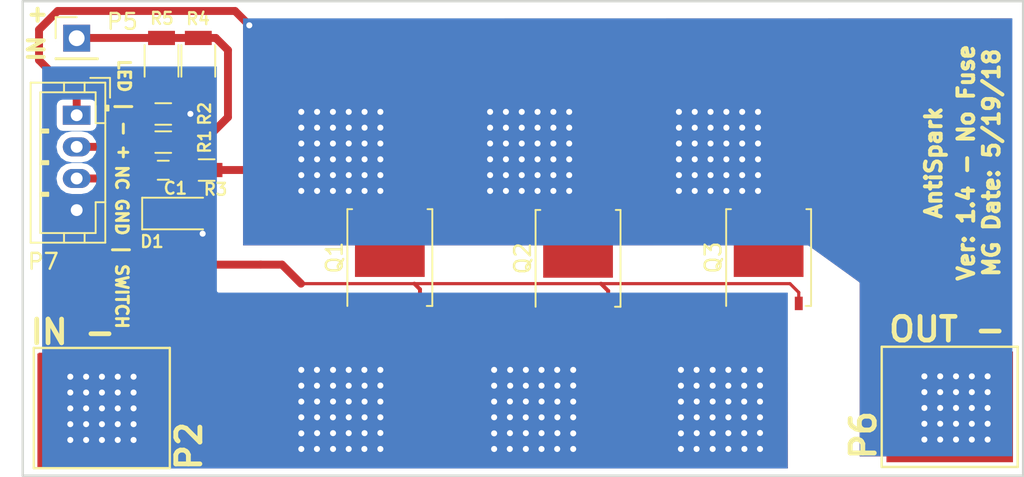
<source format=kicad_pcb>
(kicad_pcb (version 20221018) (generator pcbnew)
  (title_block (comment 4 "AISLER Project ID: ZUKTGDNN"))
  (layers (0 "F.Cu" signal) (31 "B.Cu" signal) (34 "B.Paste" user) (35 "F.Paste" user) (36 "B.SilkS" user "B.Silkscreen") (37 "F.SilkS" user "F.Silkscreen") (38 "B.Mask" user) (39 "F.Mask" user) (44 "Edge.Cuts" user))
  (net 0 "")
  (net 1 "VCC")
  (net 2 "GND")
  (net 3 "Net-(C1-Pad1)")
  (net 4 "/SW_NC")
  (net 5 "Net-(P6-P1)")
  (net 6 "Net-(P7-Pin_2)")
  (footprint "Capacitors_SMD:C_0603" (layer "F.Cu") (at 124.574 99.477 180)
    (fp_text reference "C1")
    (fp_text value "1uF")
  )
  (footprint "Package_TO_SOT_SMD:TDSON-8-1" (layer "F.Cu") (at 138.9 105 90)
    (fp_text reference "Q1")
    (fp_text value "BSC026N08NS5")
  )
  (footprint "Package_TO_SOT_SMD:TDSON-8-1" (layer "F.Cu") (at 150.8 105.05 90)
    (fp_text reference "Q2")
    (fp_text value "BSC026N08NS5")
  )
  (footprint "Package_TO_SOT_SMD:TDSON-8-1" (layer "F.Cu") (at 162.85 105 90)
    (fp_text reference "Q3")
    (fp_text value "BSC026N08NS5")
  )
  (footprint "Resistors_SMD:R_0603" (layer "F.Cu") (at 124.574 97.699 180)
    (fp_text reference "R1")
    (fp_text value "1M")
  )
  (footprint "Resistors_SMD:R_0603" (layer "F.Cu") (at 124.574 95.921)
    (fp_text reference "R2")
    (fp_text value "1M")
  )
  (footprint "Resistors_SMD:R_0603" (layer "F.Cu") (at 127.315 99.465 180)
    (fp_text reference "R3")
    (fp_text value "1K")
  )
  (footprint "Resistors_SMD:R_1206" (layer "F.Cu") (at 126.79 92.565 -90)
    (fp_text reference "R4")
    (fp_text value "16.5K")
  )
  (footprint "Resistors_SMD:R_1206" (layer "F.Cu") (at 124.465 92.565 -90)
    (fp_text reference "R5")
    (fp_text value "16.5K")
  )
  (footprint "Connector_PinHeader_2.54mm:PinHeader_1x01_P2.54mm_Vertical" (layer "F.Cu") (at 119.1 91.13)
    (fp_text reference "P5")
    (fp_text value "Pad_Conn")
  )
  (footprint "sparkparts:1PAD_8x7mm" (layer "F.Cu") (at 120.69 114.515)
    (fp_text reference "P2")
    (fp_text value "Pad_Conn" hide)
  )
  (footprint "sparkparts:1PAD_8x7mm" (layer "F.Cu") (at 174.3 114.44)
    (fp_text reference "P6")
    (fp_text value "Pad_Conn" hide)
  )
  (footprint "Diodes_SMD:D_SOD-123F" (layer "F.Cu") (at 125.44 102.215)
    (fp_text reference "D1")
    (fp_text value "ZENER")
  )
  (footprint "Connector_JST:JST_PH_B4B-PH-K_1x04_P2.00mm_Vertical" (layer "F.Cu") (at 119.1 96 -90)
    (fp_text reference "P7")
    (fp_text value "CONN_01X04")
  )
  (gr_line (start 178.94 88.79) (end 115.69 88.79) (stroke (width 0.15)) (layer "Edge.Cuts"))
  (gr_line (start 115.69 88.79) (end 115.69 118.79) (stroke (width 0.15)) (layer "Edge.Cuts"))
  (gr_line (start 178.94 118.79) (end 178.94 88.79) (stroke (width 0.15)) (layer "Edge.Cuts"))
  (gr_line (start 115.69 118.79) (end 178.94 118.79) (stroke (width 0.15)) (layer "Edge.Cuts"))
  (gr_text "LED | - +" (at 122.1 95.65 270) (layer "F.SilkS") (effects (font (size 0.75 0.75) (thickness 0.1875))))
  (gr_text "IN -" (at 118.86 109.71) (layer "F.SilkS") (effects (font (size 1.5 1.5) (thickness 0.3))))
  (gr_text "Ver: 1.4 - No Fuse\nMG Date: 5/19/18" (at 176.14 99 90) (layer "F.SilkS") (effects (font (size 1 1) (thickness 0.25))))
  (gr_text "OUT -" (at 174.14 109.54) (layer "F.SilkS") (effects (font (size 1.5 1.5) (thickness 0.3))))
  (gr_text "IN +" (at 116.56 90.79 90) (layer "F.SilkS") (effects (font (size 1 1) (thickness 0.25))))
  (gr_text "NC GND | SWITCH" (at 121.95 104.33 270) (layer "F.SilkS") (effects (font (size 0.75 0.75) (thickness 0.1875))))
  (gr_text "AntiSpark" (at 173.28 99 90) (layer "F.SilkS") (effects (font (size 1 1) (thickness 0.25))))
  (segment (start 127.091 97.699) (end 125.324 97.699) (width 0.5) (layer "F.Cu") (net 1))
  (segment (start 128.665 91.885) (end 128.665 96.125) (width 0.5) (layer "F.Cu") (net 1))
  (segment (start 128.665 96.125) (end 127.091 97.699) (width 0.5) (layer "F.Cu") (net 1))
  (segment (start 126.79 91.115) (end 124.465 91.115) (width 0.5) (layer "F.Cu") (net 1))
  (segment (start 127.895 91.115) (end 128.665 91.885) (width 0.5) (layer "F.Cu") (net 1))
  (segment (start 126.79 91.115) (end 127.895 91.115) (width 0.5) (layer "F.Cu") (net 1))
  (segment (start 119.115 91.115) (end 119.1 91.13) (width 0.5) (layer "F.Cu") (net 1))
  (segment (start 124.465 91.115) (end 119.115 91.115) (width 0.5) (layer "F.Cu") (net 1))
  (segment (start 145.367 111.975) (end 145.494 112.102) (width 0.25) (layer "F.Cu") (net 2))
  (segment (start 133.175 111.975) (end 133.302 112.102) (width 0.25) (layer "F.Cu") (net 2))
  (segment (start 126.284 95.921) (end 126.29 95.915) (width 0.5) (layer "F.Cu") (net 2))
  (segment (start 161.3182 117.102) (end 160.3022 117.102) (width 0.25) (layer "F.Cu") (net 2))
  (segment (start 122.697 115.5338) (end 122.697 116.5338) (width 0.25) (layer "F.Cu") (net 2))
  (segment (start 120.697 114.5338) (end 119.697 114.5338) (width 0.25) (layer "F.Cu") (net 2))
  (segment (start 127.075 103.48) (end 127.065 103.49) (width 0.5) (layer "F.Cu") (net 2))
  (segment (start 121.697 113.5338) (end 120.697 113.5338) (width 0.25) (layer "F.Cu") (net 2))
  (segment (start 119.697 112.5338) (end 119.697 113.5338) (width 0.25) (layer "F.Cu") (net 2))
  (segment (start 160.305 114.102) (end 159.3116 114.102) (width 0.25) (layer "F.Cu") (net 2))
  (segment (start 119.697 113.5338) (end 118.697 113.5338) (width 0.25) (layer "F.Cu") (net 2))
  (segment (start 119.697 115.5338) (end 120.697 115.5338) (width 0.25) (layer "F.Cu") (net 2))
  (segment (start 118.697 113.5338) (end 118.697 114.5338) (width 0.25) (layer "F.Cu") (net 2))
  (segment (start 121.697 116.5338) (end 120.697 116.5338) (width 0.25) (layer "F.Cu") (net 2))
  (segment (start 122.697 112.5338) (end 122.697 113.5338) (width 0.25) (layer "F.Cu") (net 2))
  (segment (start 120.697 114.522) (end 120.69 114.515) (width 0.25) (layer "F.Cu") (net 2))
  (segment (start 119.697 113.5338) (end 120.697 114.5338) (width 0.25) (layer "F.Cu") (net 2))
  (segment (start 145.494 112.102) (end 145.494 109.18354) (width 0.25) (layer "F.Cu") (net 2))
  (segment (start 119.697 116.5338) (end 118.697 116.5338) (width 0.25) (layer "F.Cu") (net 2))
  (segment (start 157.305 112.102) (end 158.321 112.102) (width 0.25) (layer "F.Cu") (net 2))
  (segment (start 161.305 113.102) (end 161.305 114.1086) (width 0.25) (layer "F.Cu") (net 2))
  (segment (start 161.305 114.1086) (end 161.305 115.0992) (width 0.25) (layer "F.Cu") (net 2))
  (segment (start 145.494 109.18354) (end 145.24 108.92954) (width 0.25) (layer "F.Cu") (net 2))
  (segment (start 157.178 108.92954) (end 157.178 111.975) (width 0.25) (layer "F.Cu") (net 2))
  (segment (start 120.697 113.5338) (end 119.697 113.5338) (width 0.25) (layer "F.Cu") (net 2))
  (segment (start 118.697 114.5338) (end 118.697 115.5338) (width 0.25) (layer "F.Cu") (net 2))
  (segment (start 162.305 117.102) (end 161.3182 117.102) (width 0.25) (layer "F.Cu") (net 2))
  (segment (start 162.305 115.0992) (end 162.305 116.0898) (width 0.25) (layer "F.Cu") (net 2))
  (segment (start 118.697 115.5338) (end 119.697 115.5338) (width 0.25) (layer "F.Cu") (net 2))
  (segment (start 120.697 114.5338) (end 120.697 114.522) (width 0.25) (layer "F.Cu") (net 2))
  (segment (start 120.697 114.5338) (end 121.697 114.5338) (width 0.25) (layer "F.Cu") (net 2))
  (segment (start 162.305 114.1086) (end 162.305 115.0992) (width 0.25) (layer "F.Cu") (net 2))
  (segment (start 121.697 112.5338) (end 122.697 112.5338) (width 0.25) (layer "F.Cu") (net 2))
  (segment (start 121.697 115.5338) (end 122.697 115.5338) (width 0.25) (layer "F.Cu") (net 2))
  (segment (start 122.697 113.5338) (end 121.697 113.5338) (width 0.25) (layer "F.Cu") (net 2))
  (segment (start 133.302 112.102) (end 133.302 108.92954) (width 0.25) (layer "F.Cu") (net 2))
  (segment (start 122.697 116.5338) (end 121.697 116.5338) (width 0.25) (layer "F.Cu") (net 2))
  (segment (start 160.353 112.102) (end 161.3055 112.102) (width 0.25) (layer "F.Cu") (net 2))
  (segment (start 120.697 115.5338) (end 121.697 115.5338) (width 0.25) (layer "F.Cu") (net 2))
  (segment (start 118.697 112.5338) (end 120.697 114.5338) (width 0.25) (layer "F.Cu") (net 2))
  (segment (start 127.075 102.215) (end 127.075 103.48) (width 0.5) (layer "F.Cu") (net 2))
  (segment (start 120.697 116.5338) (end 119.697 116.5338) (width 0.25) (layer "F.Cu") (net 2))
  (segment (start 120.697 112.5338) (end 121.697 112.5338) (width 0.25) (layer "F.Cu") (net 2))
  (segment (start 162.305 112.102) (end 162.305 113.0926) (width 0.25) (layer "F.Cu") (net 2))
  (segment (start 118.697 114.5338) (end 119.697 114.5338) (width 0.25) (layer "F.Cu") (net 2))
  (segment (start 157.178 111.975) (end 157.305 112.102) (width 0.25) (layer "F.Cu") (net 2))
  (segment (start 161.305 116.102) (end 160.3022 116.102) (width 0.25) (layer "F.Cu") (net 2))
  (segment (start 162.305 113.0926) (end 162.305 114.1086) (width 0.25) (layer "F.Cu") (net 2))
  (segment (start 125.324 95.921) (end 126.284 95.921) (width 0.5) (layer "F.Cu") (net 2))
  (segment (start 121.7088 115.5338) (end 120.69 114.515) (width 0.25) (layer "F.Cu") (net 2))
  (segment (start 122.697 115.5338) (end 121.7088 115.5338) (width 0.25) (layer "F.Cu") (net 2))
  (segment (start 160.3022 116.102) (end 159.3116 116.102) (width 0.25) (layer "F.Cu") (net 2))
  (segment (start 119.697 112.5338) (end 120.697 112.5338) (width 0.25) (layer "F.Cu") (net 2))
  (segment (start 121.697 114.5338) (end 122.697 114.5338) (width 0.25) (layer "F.Cu") (net 2))
  (segment (start 118.697 112.5338) (end 119.697 112.5338) (width 0.25) (layer "F.Cu") (net 2))
  (via (at 162.305 112.102) (size 0.635) (drill 0.381) (layers "F.Cu" "B.Cu") (net 2))
  (via (at 157.305 113.102) (size 0.635) (drill 0.381) (layers "F.Cu" "B.Cu") (net 2))
  (via (at 161.305 113.102) (size 0.635) (drill 0.381) (layers "F.Cu" "B.Cu") (net 2))
  (via (at 158.305 114.102) (size 0.635) (drill 0.381) (layers "F.Cu" "B.Cu") (net 2))
  (via (at 160.305 114.102) (size 0.635) (drill 0.381) (layers "F.Cu" "B.Cu") (net 2))
  (via (at 159.305 115.102) (size 0.635) (drill 0.381) (layers "F.Cu" "B.Cu") (net 2))
  (via (at 160.305 115.102) (size 0.635) (drill 0.381) (layers "F.Cu" "B.Cu") (net 2))
  (via (at 158.305 116.102) (size 0.635) (drill 0.381) (layers "F.Cu" "B.Cu") (net 2))
  (via (at 161.305 116.102) (size 0.635) (drill 0.381) (layers "F.Cu" "B.Cu") (net 2))
  (via (at 157.305 117.102) (size 0.635) (drill 0.381) (layers "F.Cu" "B.Cu") (net 2))
  (via (at 162.305 117.102) (size 0.635) (drill 0.381) (layers "F.Cu" "B.Cu") (net 2))
  (via (at 149.494 113.102) (size 0.635) (drill 0.381) (layers "F.Cu" "B.Cu") (net 2))
  (via (at 150.494 112.102) (size 0.635) (drill 0.381) (layers "F.Cu" "B.Cu") (net 2))
  (via (at 148.494 115.102) (size 0.635) (drill 0.381) (layers "F.Cu" "B.Cu") (net 2))
  (via (at 149.494 116.102) (size 0.635) (drill 0.381) (layers "F.Cu" "B.Cu") (net 2))
  (via (at 150.494 117.102) (size 0.635) (drill 0.381) (layers "F.Cu" "B.Cu") (net 2))
  (via (at 148.494 114.102) (size 0.635) (drill 0.381) (layers "F.Cu" "B.Cu") (net 2))
  (via (at 146.494 114.102) (size 0.635) (drill 0.381) (layers "F.Cu" "B.Cu") (net 2))
  (via (at 145.494 117.102) (size 0.635) (drill 0.381) (layers "F.Cu" "B.Cu") (net 2))
  (via (at 146.494 116.102) (size 0.635) (drill 0.381) (layers "F.Cu" "B.Cu") (net 2))
  (via (at 145.494 113.102) (size 0.635) (drill 0.381) (layers "F.Cu" "B.Cu") (net 2))
  (via (at 145.494 112.102) (size 0.635) (drill 0.381) (layers "F.Cu" "B.Cu") (net 2))
  (via (at 137.302 113.102) (size 0.635) (drill 0.381) (layers "F.Cu" "B.Cu") (net 2))
  (via (at 138.302 112.102) (size 0.635) (drill 0.381) (layers "F.Cu" "B.Cu") (net 2))
  (via (at 136.302 115.102) (size 0.635) (drill 0.381) (layers "F.Cu" "B.Cu") (net 2))
  (via (at 137.302 116.102) (size 0.635) (drill 0.381) (layers "F.Cu" "B.Cu") (net 2))
  (via (at 138.302 117.102) (size 0.635) (drill 0.381) (layers "F.Cu" "B.Cu") (net 2))
  (via (at 136.302 114.102) (size 0.635) (drill 0.381) (layers "F.Cu" "B.Cu") (net 2))
  (via (at 134.302 114.102) (size 0.635) (drill 0.381) (layers "F.Cu" "B.Cu") (net 2))
  (via (at 135.302 115.102) (size 0.635) (drill 0.381) (layers "F.Cu" "B.Cu") (net 2))
  (via (at 133.302 117.102) (size 0.635) (drill 0.381) (layers "F.Cu" "B.Cu") (net 2))
  (via (at 134.302 116.102) (size 0.635) (drill 0.381) (layers "F.Cu" "B.Cu") (net 2))
  (via (at 133.302 113.102) (size 0.635) (drill 0.381) (layers "F.Cu" "B.Cu") (net 2))
  (via (at 133.302 112.102) (size 0.635) (drill 0.381) (layers "F.Cu" "B.Cu") (net 2))
  (via (at 119.697 112.5338) (size 0.635) (drill 0.381) (layers "F.Cu" "B.Cu") (net 2))
  (via (at 120.697 112.5338) (size 0.635) (drill 0.381) (layers "F.Cu" "B.Cu") (net 2))
  (via (at 121.697 112.5338) (size 0.635) (drill 0.381) (layers "F.Cu" "B.Cu") (net 2))
  (via (at 122.697 112.5338) (size 0.635) (drill 0.381) (layers "F.Cu" "B.Cu") (net 2))
  (via (at 118.697 113.5338) (size 0.635) (drill 0.381) (layers "F.Cu" "B.Cu") (net 2))
  (via (at 119.697 113.5338) (size 0.635) (drill 0.381) (layers "F.Cu" "B.Cu") (net 2))
  (via (at 120.697 113.5338) (size 0.635) (drill 0.381) (layers "F.Cu" "B.Cu") (net 2))
  (via (at 121.697 113.5338) (size 0.635) (drill 0.381) (layers "F.Cu" "B.Cu") (net 2))
  (via (at 122.697 113.5338) (size 0.635) (drill 0.381) (layers "F.Cu" "B.Cu") (net 2))
  (via (at 118.697 114.5338) (size 0.635) (drill 0.381) (layers "F.Cu" "B.Cu") (net 2))
  (via (at 119.697 114.5338) (size 0.635) (drill 0.381) (layers "F.Cu" "B.Cu") (net 2))
  (via (at 120.697 114.5338) (size 0.635) (drill 0.381) (layers "F.Cu" "B.Cu") (net 2))
  (via (at 121.697 114.5338) (size 0.635) (drill 0.381) (layers "F.Cu" "B.Cu") (net 2))
  (via (at 122.697 114.5338) (size 0.635) (drill 0.381) (layers "F.Cu" "B.Cu") (net 2))
  (via (at 118.697 115.5338) (size 0.635) (drill 0.381) (layers "F.Cu" "B.Cu") (net 2))
  (via (at 119.697 115.5338) (size 0.635) (drill 0.381) (layers "F.Cu" "B.Cu") (net 2))
  (via (at 120.697 115.5338) (size 0.635) (drill 0.381) (layers "F.Cu" "B.Cu") (net 2))
  (via (at 121.697 115.5338) (size 0.635) (drill 0.381) (layers "F.Cu" "B.Cu") (net 2))
  (via (at 122.697 115.5338) (size 0.635) (drill 0.381) (layers "F.Cu" "B.Cu") (net 2))
  (via (at 118.697 116.5338) (size 0.635) (drill 0.381) (layers "F.Cu" "B.Cu") (net 2))
  (via (at 119.697 116.5338) (size 0.635) (drill 0.381) (layers "F.Cu" "B.Cu") (net 2))
  (via (at 120.697 116.5338) (size 0.635) (drill 0.381) (layers "F.Cu" "B.Cu") (net 2))
  (via (at 121.697 116.5338) (size 0.635) (drill 0.381) (layers "F.Cu" "B.Cu") (net 2))
  (via (at 122.697 116.5338) (size 0.635) (drill 0.381) (layers "F.Cu" "B.Cu") (net 2))
  (via (at 135.3086 112.102) (size 0.635) (drill 0.381) (layers "F.Cu" "B.Cu") (net 2))
  (via (at 159.3116 113.102) (size 0.635) (drill 0.381) (layers "F.Cu" "B.Cu") (net 2))
  (via (at 162.305 116.0898) (size 0.635) (drill 0.381) (layers "F.Cu" "B.Cu") (net 2))
  (via (at 134.2926 117.102) (size 0.635) (drill 0.381) (layers "F.Cu" "B.Cu") (net 2))
  (via (at 126.29 95.915) (size 0.635) (drill 0.381) (layers "F.Cu" "B.Cu") (net 2))
  (via (at 150.494 114.1086) (size 0.635) (drill 0.381) (layers "F.Cu" "B.Cu") (net 2))
  (via (at 136.2992 116.102) (size 0.635) (drill 0.381) (layers "F.Cu" "B.Cu") (net 2))
  (via (at 161.3182 117.102) (size 0.635) (drill 0.381) (layers "F.Cu" "B.Cu") (net 2))
  (via (at 157.305 114.1086) (size 0.635) (drill 0.381) (layers "F.Cu" "B.Cu") (net 2))
  (via (at 160.3022 113.102) (size 0.635) (drill 0.381) (layers "F.Cu" "B.Cu") (net 2))
  (via (at 136.2992 117.102) (size 0.635) (drill 0.381) (layers "F.Cu" "B.Cu") (net 2))
  (via (at 146.51 112.102) (size 0.635) (drill 0.381) (layers "F.Cu" "B.Cu") (net 2))
  (via (at 145.494 114.1086) (size 0.635) (drill 0.381) (layers "F.Cu" "B.Cu") (net 2))
  (via (at 150.494 116.1152) (size 0.635) (drill 0.381) (layers "F.Cu" "B.Cu") (net 2))
  (via (at 161.3055 112.102) (size 0.635) (drill 0.381) (layers "F.Cu" "B.Cu") (net 2))
  (via (at 136.2992 113.102) (size 0.635) (drill 0.381) (layers "F.Cu" "B.Cu") (net 2))
  (via (at 150.494 115.0992) (size 0.635) (drill 0.381) (layers "F.Cu" "B.Cu") (net 2))
  (via (at 135.3086 117.102) (size 0.635) (drill 0.381) (layers "F.Cu" "B.Cu") (net 2))
  (via (at 118.697 112.5338) (size 0.635) (drill 0.381) (layers "F.Cu" "B.Cu") (net 2))
  (via (at 148.4912 117.102) (size 0.635) (drill 0.381) (layers "F.Cu" "B.Cu") (net 2))
  (via (at 148.4912 112.102) (size 0.635) (drill 0.381) (layers "F.Cu" "B.Cu") (net 2))
  (via (at 147.5006 114.102) (size 0.635) (drill 0.381) (layers "F.Cu" "B.Cu") (net 2))
  (via (at 133.302 116.1152) (size 0.635) (drill 0.381) (layers "F.Cu" "B.Cu") (net 2))
  (via (at 135.3086 113.102) (size 0.635) (drill 0.381) (layers "F.Cu" "B.Cu") (net 2))
  (via (at 149.4818 117.102) (size 0.635) (drill 0.381) (layers "F.Cu" "B.Cu") (net 2))
  (via (at 147.5006 116.102) (size 0.635) (drill 0.381) (layers "F.Cu" "B.Cu") (net 2))
  (via (at 159.3116 116.102) (size 0.635) (drill 0.381) (layers "F.Cu" "B.Cu") (net 2))
  (via (at 158.2956 113.102) (size 0.635) (drill 0.381) (layers "F.Cu" "B.Cu") (net 2))
  (via (at 162.305 115.0992) (size 0.635) (drill 0.381) (layers "F.Cu" "B.Cu") (net 2))
  (via (at 147.494 115.102) (size 0.635) (drill 0.381) (layers "F.Cu" "B.Cu") (net 2))
  (via (at 145.494 115.0992) (size 0.635) (drill 0.381) (layers "F.Cu" "B.Cu") (net 2))
  (via (at 149.4818 112.102) (size 0.635) (drill 0.381) (layers "F.Cu" "B.Cu") (net 2))
  (via (at 157.305 112.102) (size 0.635) (drill 0.381) (layers "F.Cu" "B.Cu") (net 2))
  (via (at 137.302 115.0992) (size 0.635) (drill 0.381) (layers "F.Cu" "B.Cu") (net 2))
  (via (at 138.302 113.0926) (size 0.635) (drill 0.381) (layers "F.Cu" "B.Cu") (net 2))
  (via (at 134.2926 112.102) (size 0.635) (drill 0.381) (layers "F.Cu" "B.Cu") (net 2))
  (via (at 137.2898 112.102) (size 0.635) (drill 0.381) (layers "F.Cu" "B.Cu") (net 2))
  (via (at 159.3116 112.102) (size 0.635) (drill 0.381) (layers "F.Cu" "B.Cu") (net 2))
  (via (at 134.302 115.0992) (size 0.635) (drill 0.381) (layers "F.Cu" "B.Cu") (net 2))
  (via (at 161.305 115.0992) (size 0.635) (drill 0.381) (layers "F.Cu" "B.Cu") (net 2))
  (via (at 138.302 115.0992) (size 0.635) (drill 0.381) (layers "F.Cu" "B.Cu") (net 2))
  (via (at 158.2956 112.102) (size 0.635) (drill 0.381) (layers "F.Cu" "B.Cu") (net 2))
  (via (at 161.305 114.1086) (size 0.635) (drill 0.381) (layers "F.Cu" "B.Cu") (net 2))
  (via (at 148.4912 113.102) (size 0.635) (drill 0.381) (layers "F.Cu" "B.Cu") (net 2))
  (via (at 160.3022 112.102) (size 0.635) (drill 0.381) (layers "F.Cu" "B.Cu") (net 2))
  (via (at 162.305 113.0926) (size 0.635) (drill 0.381) (layers "F.Cu" "B.Cu") (net 2))
  (via (at 157.305 115.0992) (size 0.635) (drill 0.381) (layers "F.Cu" "B.Cu") (net 2))
  (via (at 135.3086 116.102) (size 0.635) (drill 0.381) (layers "F.Cu" "B.Cu") (net 2))
  (via (at 147.5006 117.102) (size 0.635) (drill 0.381) (layers "F.Cu" "B.Cu") (net 2))
  (via (at 138.302 114.1086) (size 0.635) (drill 0.381) (layers "F.Cu" "B.Cu") (net 2))
  (via (at 157.305 116.1152) (size 0.635) (drill 0.381) (layers "F.Cu" "B.Cu") (net 2))
  (via (at 138.302 116.0898) (size 0.635) (drill 0.381) (layers "F.Cu" "B.Cu") (net 2))
  (via (at 133.302 114.1086) (size 0.635) (drill 0.381) (layers "F.Cu" "B.Cu") (net 2))
  (via (at 134.2926 113.102) (size 0.635) (drill 0.381) (layers "F.Cu" "B.Cu") (net 2))
  (via (at 137.302 114.1086) (size 0.635) (drill 0.381) (layers "F.Cu" "B.Cu") (net 2))
  (via (at 135.3086 114.102) (size 0.635) (drill 0.381) (layers "F.Cu" "B.Cu") (net 2))
  (via (at 149.494 115.0992) (size 0.635) (drill 0.381) (layers "F.Cu" "B.Cu") (net 2))
  (via (at 149.494 114.1086) (size 0.635) (drill 0.381) (layers "F.Cu" "B.Cu") (net 2))
  (via (at 146.4846 117.102) (size 0.635) (drill 0.381) (layers "F.Cu" "B.Cu") (net 2))
  (via (at 162.305 114.1086) (size 0.635) (drill 0.381) (layers "F.Cu" "B.Cu") (net 2))
  (via (at 133.302 115.0992) (size 0.635) (drill 0.381) (layers "F.Cu" "B.Cu") (net 2))
  (via (at 160.3022 117.102) (size 0.635) (drill 0.381) (layers "F.Cu" "B.Cu") (net 2))
  (via (at 159.3116 117.102) (size 0.635) (drill 0.381) (layers "F.Cu" "B.Cu") (net 2))
  (via (at 136.2992 112.102) (size 0.635) (drill 0.381) (layers "F.Cu" "B.Cu") (net 2))
  (via (at 146.51 113.102) (size 0.635) (drill 0.381) (layers "F.Cu" "B.Cu") (net 2))
  (via (at 159.3116 114.102) (size 0.635) (drill 0.381) (layers "F.Cu" "B.Cu") (net 2))
  (via (at 150.494 113.0926) (size 0.635) (drill 0.381) (layers "F.Cu" "B.Cu") (net 2))
  (via (at 158.2956 117.102) (size 0.635) (drill 0.381) (layers "F.Cu" "B.Cu") (net 2))
  (via (at 146.494 115.0992) (size 0.635) (drill 0.381) (layers "F.Cu" "B.Cu") (net 2))
  (via (at 158.305 115.0992) (size 0.635) (drill 0.381) (layers "F.Cu" "B.Cu") (net 2))
  (via (at 160.3022 116.102) (size 0.635) (drill 0.381) (layers "F.Cu" "B.Cu") (net 2))
  (via (at 145.494 116.1152) (size 0.635) (drill 0.381) (layers "F.Cu" "B.Cu") (net 2))
  (via (at 147.5006 112.102) (size 0.635) (drill 0.381) (layers "F.Cu" "B.Cu") (net 2))
  (via (at 147.5006 113.102) (size 0.635) (drill 0.381) (layers "F.Cu" "B.Cu") (net 2))
  (via (at 148.4912 116.102) (size 0.635) (drill 0.381) (layers "F.Cu" "B.Cu") (net 2))
  (via (at 127.065 103.49) (size 0.635) (drill 0.381) (layers "F.Cu" "B.Cu") (net 2))
  (via (at 137.2898 117.102) (size 0.635) (drill 0.381) (layers "F.Cu" "B.Cu") (net 2))
  (segment (start 148.494 115.102) (end 148.494 114.102) (width 0.25) (layer "B.Cu") (net 2))
  (segment (start 148.494 115.102) (end 147.494 115.102) (width 0.25) (layer "B.Cu") (net 2))
  (segment (start 136.302 115.102) (end 136.302 114.102) (width 0.25) (layer "B.Cu") (net 2))
  (segment (start 136.302 115.102) (end 135.302 115.102) (width 0.25) (layer "B.Cu") (net 2))
  (segment (start 149.494 116.102) (end 148.4912 116.102) (width 0.25) (layer "B.Cu") (net 2))
  (segment (start 149.494 114.1086) (end 149.494 115.0992) (width 0.25) (layer "B.Cu") (net 2))
  (segment (start 158.2956 117.102) (end 157.305 117.102) (width 0.25) (layer "B.Cu") (net 2))
  (segment (start 149.4818 112.102) (end 148.4912 112.102) (width 0.25) (layer "B.Cu") (net 2))
  (segment (start 146.494 114.102) (end 147.5006 114.102) (width 0.25) (layer "B.Cu") (net 2))
  (segment (start 133.3086 114.102) (end 133.302 114.1086) (width 0.25) (layer "B.Cu") (net 2))
  (segment (start 161.3055 112.102) (end 162.305 112.102) (width 0.25) (layer "B.Cu") (net 2))
  (segment (start 146.4846 117.102) (end 145.494 117.102) (width 0.25) (layer "B.Cu") (net 2))
  (segment (start 150.494 115.0992) (end 150.494 116.1152) (width 0.25) (layer "B.Cu") (net 2))
  (segment (start 159.337 112.102) (end 160.353 112.102) (width 0.25) (layer "B.Cu") (net 2))
  (segment (start 150.868999 112.476999) (end 150.793999 112.401999) (width 0.25) (layer "B.Cu") (net 2))
  (segment (start 149.494 113.102) (end 149.494 114.1086) (width 0.25) (layer "B.Cu") (net 2))
  (segment (start 137.302 116.102) (end 136.2992 116.102) (width 0.25) (layer "B.Cu") (net 2))
  (segment (start 147.5006 113.102) (end 147.5006 114.102) (width 0.25) (layer "B.Cu") (net 2))
  (segment (start 134.302 115.0992) (end 134.302 114.102) (width 0.25) (layer "B.Cu") (net 2))
  (segment (start 138.302 112.102) (end 138.302 113.0926) (width 0.25) (layer "B.Cu") (net 2))
  (segment (start 162.305 113.0926) (end 162.305 114.1086) (width 0.25) (layer "B.Cu") (net 2))
  (segment (start 160.353 112.102) (end 161.3055 112.102) (width 0.25) (layer "B.Cu") (net 2))
  (segment (start 145.194001 111.802001) (end 138.601999 111.802001) (width 0.25) (layer "B.Cu") (net 2))
  (segment (start 137.302 113.102) (end 136.2992 113.102) (width 0.25) (layer "B.Cu") (net 2))
  (segment (start 138.302 115.0992) (end 138.302 116.0898) (width 0.25) (layer "B.Cu") (net 2))
  (segment (start 148.4912 116.102) (end 148.4912 117.102) (width 0.25) (layer "B.Cu") (net 2))
  (segment (start 134.302 114.102) (end 135.3086 114.102) (width 0.25) (layer "B.Cu") (net 2))
  (segment (start 134.302 116.102) (end 134.302 115.0992) (width 0.25) (layer "B.Cu") (net 2))
  (segment (start 160.3022 113.102) (end 159.3116 113.102) (width 0.25) (layer "B.Cu") (net 2))
  (segment (start 162.305 117.102) (end 161.3182 117.102) (width 0.25) (layer "B.Cu") (net 2))
  (segment (start 149.494 116.102) (end 149.494 117.0898) (width 0.25) (layer "B.Cu") (net 2))
  (segment (start 157.305 112.102) (end 158.321 112.102) (width 0.25) (layer "B.Cu") (net 2))
  (segment (start 134.2926 113.102) (end 135.3086 113.102) (width 0.25) (layer "B.Cu") (net 2))
  (segment (start 134.2926 112.102) (end 135.3086 112.102) (width 0.25) (layer "B.Cu") (net 2))
  (segment (start 138.302 113.0926) (end 138.302 114.1086) (width 0.25) (layer "B.Cu") (net 2))
  (segment (start 137.302 114.1086) (end 137.302 115.0992) (width 0.25) (layer "B.Cu") (net 2))
  (segment (start 138.2926 113.102) (end 138.302 113.0926) (width 0.25) (layer "B.Cu") (net 2))
  (segment (start 148.494 116.0992) (end 148.4912 116.102) (width 0.25) (layer "B.Cu") (net 2))
  (segment (start 149.494 115.0992) (end 149.494 116.102) (width 0.25) (layer "B.Cu") (net 2))
  (segment (start 137.302 116.102) (end 137.302 117.0898) (width 0.25) (layer "B.Cu") (net 2))
  (segment (start 136.302 115.102) (end 136.302 116.0992) (width 0.25) (layer "B.Cu") (net 2))
  (segment (start 138.2898 116.102) (end 138.302 116.0898) (width 0.25) (layer "B.Cu") (net 2))
  (segment (start 135.3086 117.102) (end 134.2926 117.102) (width 0.25) (layer "B.Cu") (net 2))
  (segment (start 145.494 115.0992) (end 145.494 116.1152) (width 0.25) (layer "B.Cu") (net 2))
  (segment (start 136.2992 117.102) (end 135.3086 117.102) (width 0.25) (layer "B.Cu") (net 2))
  (segment (start 149.494 113.102) (end 148.4912 113.102) (width 0.25) (layer "B.Cu") (net 2))
  (segment (start 137.302 115.0992) (end 137.302 116.102) (width 0.25) (layer "B.Cu") (net 2))
  (segment (start 145.494 114.1086) (end 145.494 115.0992) (width 0.25) (layer "B.Cu") (net 2))
  (segment (start 160.3022 117.102) (end 159.3116 117.102) (width 0.25) (layer "B.Cu") (net 2))
  (segment (start 145.494 117.102) (end 145.494 116.1152) (width 0.25) (layer "B.Cu") (net 2))
  (segment (start 148.4912 117.102) (end 147.5006 117.102) (width 0.25) (layer "B.Cu") (net 2))
  (segment (start 150.494 116.1152) (end 150.494 117.102) (width 0.25) (layer "B.Cu") (net 2))
  (segment (start 134.302 115.0992) (end 133.302 115.0992) (width 0.25) (layer "B.Cu") (net 2))
  (segment (start 136.302 115.102) (end 137.2992 115.102) (width 0.25) (layer "B.Cu") (net 2))
  (segment (start 160.3022 116.102) (end 159.3116 116.102) (width 0.25) (layer "B.Cu") (net 2))
  (segment (start 159.3116 113.102) (end 158.2956 113.102) (width 0.25) (layer "B.Cu") (net 2))
  (segment (start 150.494 112.102) (end 149.4818 112.102) (width 0.25) (layer "B.Cu") (net 2))
  (segment (start 162.305 114.1086) (end 162.305 115.0992) (width 0.25) (layer "B.Cu") (net 2))
  (segment (start 135.302 115.102) (end 135.302 116.0954) (width 0.25) (layer "B.Cu") (net 2))
  (segment (start 158.3078 115.102) (end 158.305 115.0992) (width 0.25) (layer "B.Cu") (net 2))
  (segment (start 150.793999 112.401999) (end 150.494 112.102) (width 0.25) (layer "B.Cu") (net 2))
  (segment (start 147.5006 117.102) (end 146.4846 117.102) (width 0.25) (layer "B.Cu") (net 2))
  (segment (start 133.302 115.0992) (end 133.302 114.1086) (width 0.25) (layer "B.Cu") (net 2))
  (segment (start 162.305 112.102) (end 162.305 113.0926) (width 0.25) (layer "B.Cu") (net 2))
  (segment (start 145.494 112.102) (end 145.194001 111.802001) (width 0.25) (layer "B.Cu") (net 2))
  (segment (start 146.494 116.102) (end 146.494 115.0992) (width 0.25) (layer "B.Cu") (net 2))
  (segment (start 134.2926 117.102) (end 133.302 117.102) (width 0.25) (layer "B.Cu") (net 2))
  (segment (start 137.302 116.102) (end 138.2898 116.102) (width 0.25) (layer "B.Cu") (net 2))
  (segment (start 149.494 117.0898) (end 149.4818 117.102) (width 0.25) (layer "B.Cu") (net 2))
  (segment (start 135.3086 113.102) (end 135.3086 114.102) (width 0.25) (layer "B.Cu") (net 2))
  (segment (start 145.494 112.102) (end 146.51 112.102) (width 0.25) (layer "B.Cu") (net 2))
  (segment (start 157.305 117.102) (end 157.305 116.1152) (width 0.25) (layer "B.Cu") (net 2))
  (segment (start 147.5006 112.102) (end 146.51 112.102) (width 0.25) (layer "B.Cu") (net 2))
  (segment (start 159.3116 117.102) (end 158.2956 117.102) (width 0.25) (layer "B.Cu") (net 2))
  (segment (start 150.494 113.0926) (end 150.494 114.1086) (width 0.25) (layer "B.Cu") (net 2))
  (segment (start 145.494 113.102) (end 145.494 114.1086) (width 0.25) (layer "B.Cu") (net 2))
  (segment (start 137.302 115.0992) (end 138.302 115.0992) (width 0.25) (layer "B.Cu") (net 2))
  (segment (start 150.494 117.102) (end 149.4818 117.102) (width 0.25) (layer "B.Cu") (net 2))
  (segment (start 161.305 113.102) (end 161.305 114.1086) (width 0.25) (layer "B.Cu") (net 2))
  (segment (start 138.601999 111.802001) (end 138.302 112.102) (width 0.25) (layer "B.Cu") (net 2))
  (segment (start 146.51 113.102) (end 145.494 113.102) (width 0.25) (layer "B.Cu") (net 2))
  (segment (start 162.305 115.0992) (end 162.305 116.0898) (width 0.25) (layer "B.Cu") (net 2))
  (segment (start 147.5006 114.102) (end 148.494 114.102) (width 0.25) (layer "B.Cu") (net 2))
  (segment (start 134.302 116.102) (end 134.302 117.0926) (width 0.25) (layer "B.Cu") (net 2))
  (segment (start 133.302 117.102) (end 133.302 116.1152) (width 0.25) (layer "B.Cu") (net 2))
  (segment (start 135.3086 114.102) (end 136.302 114.102) (width 0.25) (layer "B.Cu") (net 2))
  (segment (start 146.494 116.102) (end 146.494 117.0926) (width 0.25) (layer "B.Cu") (net 2))
  (segment (start 136.2992 112.102) (end 137.2898 112.102) (width 0.25) (layer "B.Cu") (net 2))
  (segment (start 148.494 115.102) (end 148.494 116.0992) (width 0.25) (layer "B.Cu") (net 2))
  (segment (start 159.305 115.102) (end 158.3078 115.102) (width 0.25) (layer "B.Cu") (net 2))
  (segment (start 135.3086 113.102) (end 136.2992 113.102) (width 0.25) (layer "B.Cu") (net 2))
  (segment (start 137.302 113.102) (end 138.2926 113.102) (width 0.25) (layer "B.Cu") (net 2))
  (segment (start 135.3086 116.102) (end 134.302 116.102) (width 0.25) (layer "B.Cu") (net 2))
  (segment (start 133.302 112.102) (end 134.2926 112.102) (width 0.25) (layer "B.Cu") (net 2))
  (segment (start 135.302 116.0954) (end 135.3086 116.102) (width 0.25) (layer "B.Cu") (net 2))
  (segment (start 138.302 116.0898) (end 138.302 117.102) (width 0.25) (layer "B.Cu") (net 2))
  (segment (start 160.305 115.102) (end 159.305 115.102) (width 0.25) (layer "B.Cu") (net 2))
  (segment (start 147.5006 114.102) (end 147.5006 115.0954) (width 0.25) (layer "B.Cu") (net 2))
  (segment (start 157.305 113.102) (end 157.305 114.1086) (width 0.25) (layer "B.Cu") (net 2))
  (segment (start 158.305 114.102) (end 159.3116 114.102) (width 0.25) (layer "B.Cu") (net 2))
  (segment (start 159.3116 116.102) (end 158.305 116.102) (width 0.25) (layer "B.Cu") (net 2))
  (segment (start 161.305 113.102) (end 160.3022 113.102) (width 0.25) (layer "B.Cu") (net 2))
  (segment (start 160.305 115.102) (end 160.305 114.102) (width 0.25) (layer "B.Cu") (net 2))
  (segment (start 135.3086 112.102) (end 136.2992 112.102) (width 0.25) (layer "B.Cu") (net 2))
  (segment (start 159.3116 114.102) (end 160.305 114.102) (width 0.25) (layer "B.Cu") (net 2))
  (segment (start 135.3086 116.102) (end 135.3086 117.102) (width 0.25) (layer "B.Cu") (net 2))
  (segment (start 137.2898 112.102) (end 138.302 112.102) (width 0.25) (layer "B.Cu") (net 2))
  (segment (start 137.2898 117.102) (end 136.2992 117.102) (width 0.25) (layer "B.Cu") (net 2))
  (segment (start 158.321 112.102) (end 159.337 112.102) (width 0.25) (layer "B.Cu") (net 2))
  (segment (start 136.2992 116.102) (end 135.3086 116.102) (width 0.25) (layer "B.Cu") (net 2))
  (segment (start 134.302 116.102) (end 133.3152 116.102) (width 0.25) (layer "B.Cu") (net 2))
  (segment (start 137.2992 115.102) (end 137.302 115.0992) (width 0.25) (layer "B.Cu") (net 2))
  (segment (start 147.5006 113.102) (end 146.51 113.102) (width 0.25) (layer "B.Cu") (net 2))
  (segment (start 134.302 114.102) (end 133.3086 114.102) (width 0.25) (layer "B.Cu") (net 2))
  (segment (start 161.305 115.0992) (end 161.305 116.102) (width 0.25) (layer "B.Cu") (net 2))
  (segment (start 146.494 117.0926) (end 146.4846 117.102) (width 0.25) (layer "B.Cu") (net 2))
  (segment (start 161.305 114.1086) (end 161.305 115.0992) (width 0.25) (layer "B.Cu") (net 2))
  (segment (start 137.302 114.1086) (end 138.302 114.1086) (width 0.25) (layer "B.Cu") (net 2))
  (segment (start 161.3182 117.102) (end 160.3022 117.102) (width 0.25) (layer "B.Cu") (net 2))
  (segment (start 137.302 117.0898) (end 137.2898 117.102) (width 0.25) (layer "B.Cu") (net 2))
  (segment (start 148.4912 112.102) (end 147.5006 112.102) (width 0.25) (layer "B.Cu") (net 2))
  (segment (start 138.302 117.102) (end 137.2898 117.102) (width 0.25) (layer "B.Cu") (net 2))
  (segment (start 147.5006 116.102) (end 146.494 116.102) (width 0.25) (layer "B.Cu") (net 2))
  (segment (start 147.494 116.0954) (end 147.5006 116.102) (width 0.25) (layer "B.Cu") (net 2))
  (segment (start 150.494 114.1086) (end 150.494 115.0992) (width 0.25) (layer "B.Cu") (net 2))
  (segment (start 148.4912 116.102) (end 147.5006 116.102) (width 0.25) (layer "B.Cu") (net 2))
  (segment (start 157.305 112.102) (end 156.930001 112.476999) (width 0.25) (layer "B.Cu") (net 2))
  (segment (start 150.494 112.102) (end 150.494 113.0926) (width 0.25) (layer "B.Cu") (net 2))
  (segment (start 134.302 117.0926) (end 134.2926 117.102) (width 0.25) (layer "B.Cu") (net 2))
  (segment (start 134.3048 115.102) (end 134.302 115.0992) (width 0.25) (layer "B.Cu") (net 2))
  (segment (start 135.302 115.102) (end 134.3048 115.102) (width 0.25) (layer "B.Cu") (net 2))
  (segment (start 133.302 114.1086) (end 133.302 113.102) (width 0.25) (layer "B.Cu") (net 2))
  (segment (start 133.3152 116.102) (end 133.302 116.1152) (width 0.25) (layer "B.Cu") (net 2))
  (segment (start 133.302 113.102) (end 134.2926 113.102) (width 0.25) (layer "B.Cu") (net 2))
  (segment (start 138.302 114.1086) (end 138.302 115.0992) (width 0.25) (layer "B.Cu") (net 2))
  (segment (start 149.4818 117.102) (end 148.4912 117.102) (width 0.25) (layer "B.Cu") (net 2))
  (segment (start 162.305 116.0898) (end 162.305 117.102) (width 0.25) (layer "B.Cu") (net 2))
  (segment (start 133.302 116.1152) (end 133.302 115.0992) (width 0.25) (layer "B.Cu") (net 2))
  (segment (start 161.305 116.102) (end 160.3022 116.102) (width 0.25) (layer "B.Cu") (net 2))
  (segment (start 157.305 114.1086) (end 157.305 115.1246) (width 0.25) (layer "B.Cu") (net 2))
  (segment (start 137.302 113.102) (end 137.302 114.1086) (width 0.25) (layer "B.Cu") (net 2))
  (segment (start 157.305 115.1246) (end 157.305 116.1152) (width 0.25) (layer "B.Cu") (net 2))
  (segment (start 147.5006 116.102) (end 147.5006 117.102) (width 0.25) (layer "B.Cu") (net 2))
  (segment (start 158.305 116.102) (end 158.305 115.0992) (width 0.25) (layer "B.Cu") (net 2))
  (segment (start 158.2956 113.102) (end 157.305 113.102) (width 0.25) (layer "B.Cu") (net 2))
  (segment (start 136.2992 116.102) (end 136.2992 117.102) (width 0.25) (layer "B.Cu") (net 2))
  (segment (start 156.930001 112.476999) (end 150.868999 112.476999) (width 0.25) (layer "B.Cu") (net 2))
  (segment (start 146.494 114.102) (end 146.494 115.0992) (width 0.25) (layer "B.Cu") (net 2))
  (segment (start 148.4912 113.102) (end 147.5006 113.102) (width 0.25) (layer "B.Cu") (net 2))
  (segment (start 158.305 115.0992) (end 158.305 114.102) (width 0.25) (layer "B.Cu") (net 2))
  (segment (start 147.5006 115.0954) (end 147.494 115.102) (width 0.25) (layer "B.Cu") (net 2))
  (segment (start 136.302 116.0992) (end 136.2992 116.102) (width 0.25) (layer "B.Cu") (net 2))
  (segment (start 147.494 115.102) (end 147.494 116.0954) (width 0.25) (layer "B.Cu") (net 2))
  (segment (start 125.324 99.477) (end 126.553 99.477) (width 0.5) (layer "F.Cu") (net 3))
  (segment (start 126.553 99.477) (end 126.565 99.465) (width 0.5) (layer "F.Cu") (net 3))
  (segment (start 123.824 99.477) (end 123.824 100.66) (width 0.5) (layer "F.Cu") (net 4))
  (segment (start 140.45 106.65) (end 133.2856 106.65) (width 0.2) (layer "F.Cu") (net 4))
  (segment (start 125.9272 105.4472) (end 130.7366 105.4472) (width 0.5) (layer "F.Cu") (net 4))
  (segment (start 164.2 106.65) (end 164.755 107.205) (width 0.2) (layer "F.Cu") (net 4))
  (segment (start 133.2856 106.65) (end 132.0828 105.4472) (width 0.5) (layer "F.Cu") (net 4))
  (segment (start 123.805 102.215) (end 123.805 103.325) (width 0.5) (layer "F.Cu") (net 4))
  (segment (start 140.805 107.005) (end 140.45 106.65) (width 0.25) (layer "F.Cu") (net 4))
  (segment (start 123.824 100.66) (end 123.824 102.196) (width 0.5) (layer "F.Cu") (net 4))
  (segment (start 123.784 96.89) (end 123.824 96.93) (width 0.5) (layer "F.Cu") (net 4))
  (segment (start 123.824 95.921) (end 123.824 96.93) (width 0.5) (layer "F.Cu") (net 4))
  (segment (start 123.824 100.66) (end 122.59 100.66) (width 0.5) (layer "F.Cu") (net 4))
  (segment (start 123.805 103.325) (end 125.9272 105.4472) (width 0.5) (layer "F.Cu") (net 4))
  (segment (start 152.25 106.65) (end 140.45 106.65) (width 0.2) (layer "F.Cu") (net 4))
  (segment (start 123.824 96.93) (end 123.824 97.699) (width 0.5) (layer "F.Cu") (net 4))
  (segment (start 164.755 107.205) (end 164.755 107.9) (width 0.2) (layer "F.Cu") (net 4))
  (segment (start 122.59 100.66) (end 121.93 100) (width 0.5) (layer "F.Cu") (net 4))
  (segment (start 152.705 107.95) (end 152.705 107.105) (width 0.25) (layer "F.Cu") (net 4))
  (segment (start 123.824 97.699) (end 123.824 99.477) (width 0.5) (layer "F.Cu") (net 4))
  (segment (start 121.93 100) (end 119.1 100) (width 0.5) (layer "F.Cu") (net 4))
  (segment (start 123.824 102.196) (end 123.805 102.215) (width 0.5) (layer "F.Cu") (net 4))
  (segment (start 132.0828 105.4472) (end 130.7366 105.4472) (width 0.5) (layer "F.Cu") (net 4))
  (segment (start 140.805 107.9) (end 140.805 107.005) (width 0.25) (layer "F.Cu") (net 4))
  (segment (start 132.032 105.498) (end 132.0828 105.4472) (width 0.25) (layer "F.Cu") (net 4))
  (segment (start 152.25 106.65) (end 164.2 106.65) (width 0.2) (layer "F.Cu") (net 4))
  (segment (start 152.705 107.105) (end 152.25 106.65) (width 0.25) (layer "F.Cu") (net 4))
  (segment (start 175.6974 113.5084) (end 174.6974 114.5084) (width 0.25) (layer "F.Cu") (net 5))
  (segment (start 158.178 95.78758) (end 159.178 95.78758) (width 0.25) (layer "F.Cu") (net 5))
  (segment (start 157.178 96.78758) (end 157.178 97.78758) (width 0.25) (layer "F.Cu") (net 5))
  (segment (start 133.76358 100.406) (end 135.842 98.32758) (width 0.25) (layer "F.Cu") (net 5))
  (segment (start 175.6974 115.5084) (end 176.6974 115.5084) (width 0.25) (layer "F.Cu") (net 5))
  (segment (start 160.178 100.78758) (end 160.178 99.78758) (width 0.25) (layer "F.Cu") (net 5))
  (segment (start 158.178 99.78758) (end 158.178 98.78758) (width 0.25) (layer "F.Cu") (net 5))
  (segment (start 160.178 98.78758) (end 160.178 97.78758) (width 0.25) (layer "F.Cu") (net 5))
  (segment (start 159.718 98.32758) (end 147.78 98.32758) (width 0.25) (layer "F.Cu") (net 5))
  (segment (start 175.6974 116.5084) (end 175.6974 115.5084) (width 0.25) (layer "F.Cu") (net 5))
  (segment (start 161.178 98.78758) (end 161.178 97.78758) (width 0.25) (layer "F.Cu") (net 5))
  (segment (start 174.6974 113.5084) (end 175.6974 113.5084) (width 0.25) (layer "F.Cu") (net 5))
  (segment (start 162.178 99.78758) (end 162.178 98.78758) (width 0.25) (layer "F.Cu") (net 5))
  (segment (start 173.6974 112.5084) (end 172.6974 112.5084) (width 0.25) (layer "F.Cu") (net 5))
  (segment (start 159.178 98.78758) (end 159.178 99.78758) (width 0.25) (layer "F.Cu") (net 5))
  (segment (start 160.178 96.78758) (end 160.178 95.78758) (width 0.25) (layer "F.Cu") (net 5))
  (segment (start 175.6974 112.5084) (end 174.6974 112.5084) (width 0.25) (layer "F.Cu") (net 5))
  (segment (start 134.70458 99.465) (end 135.842 98.32758) (width 0.5) (layer "F.Cu") (net 5))
  (segment (start 159.178 97.78758) (end 159.178 98.78758) (width 0.25) (layer "F.Cu") (net 5))
  (segment (start 119.1 94.9) (end 116.72 92.52) (width 0.5) (layer "F.Cu") (net 5))
  (segment (start 159.178 99.78758) (end 159.178 100.78758) (width 0.25) (layer "F.Cu") (net 5))
  (segment (start 158.178 96.78758) (end 158.178 95.78758) (width 0.25) (layer "F.Cu") (net 5))
  (segment (start 174.6974 116.5084) (end 175.6974 116.5084) (width 0.25) (layer "F.Cu") (net 5))
  (segment (start 116.72 90.59) (end 117.9 89.41) (width 0.5) (layer "F.Cu") (net 5))
  (segment (start 176.6974 115.5084) (end 176.6974 116.5084) (width 0.25) (layer "F.Cu") (net 5))
  (segment (start 174.6974 114.5084) (end 173.6974 114.5084) (width 0.25) (layer "F.Cu") (net 5))
  (segment (start 160.178 95.78758) (end 161.178 95.78758) (width 0.25) (layer "F.Cu") (net 5))
  (segment (start 158.178 100.78758) (end 158.178 99.78758) (width 0.25) (layer "F.Cu") (net 5))
  (segment (start 161.178 100.78758) (end 162.178 100.78758) (width 0.25) (layer "F.Cu") (net 5))
  (segment (start 117.9 89.41) (end 129.11 89.41) (width 0.5) (layer "F.Cu") (net 5))
  (segment (start 174.6974 115.5084) (end 174.6974 116.5084) (width 0.25) (layer "F.Cu") (net 5))
  (segment (start 159.178 95.78758) (end 159.178 96.78758) (width 0.25) (layer "F.Cu") (net 5))
  (segment (start 158.178 96.78758) (end 157.178 96.78758) (width 0.25) (layer "F.Cu") (net 5))
  (segment (start 176.6974 114.5084) (end 175.6974 114.5084) (width 0.25) (layer "F.Cu") (net 5))
  (segment (start 172.6974 114.5084) (end 172.6974 115.5084) (width 0.25) (layer "F.Cu") (net 5))
  (segment (start 175.6974 113.5084) (end 176.6974 113.5084) (width 0.25) (layer "F.Cu") (net 5))
  (segment (start 162.178 98.78758) (end 162.178 97.78758) (width 0.25) (layer "F.Cu") (net 5))
  (segment (start 157.178 99.78758) (end 157.178 100.78758) (width 0.25) (layer "F.Cu") (net 5))
  (segment (start 173.6974 113.5084) (end 174.6974 113.5084) (width 0.25) (layer "F.Cu") (net 5))
  (segment (start 157.178 95.78758) (end 158.178 95.78758) (width 0.25) (layer "F.Cu") (net 5))
  (segment (start 175.6974 112.5084) (end 175.6974 113.5084) (width 0.25) (layer "F.Cu") (net 5))
  (segment (start 129.11 89.41) (end 130.015 90.315) (width 0.5) (layer "F.Cu") (net 5))
  (segment (start 173.6974 115.5084) (end 174.6974 115.5084) (width 0.25) (layer "F.Cu") (net 5))
  (segment (start 161.178 96.78758) (end 161.178 97.78758) (width 0.25) (layer "F.Cu") (net 5))
  (segment (start 159.178 100.78758) (end 160.178 100.78758) (width 0.25) (layer "F.Cu") (net 5))
  (segment (start 174.6974 112.5084) (end 173.6974 112.5084) (width 0.25) (layer "F.Cu") (net 5))
  (segment (start 159.178 96.78758) (end 159.178 97.78758) (width 0.25) (layer "F.Cu") (net 5))
  (segment (start 176.6974 112.5084) (end 175.6974 112.5084) (width 0.25) (layer "F.Cu") (net 5))
  (segment (start 157.178 98.78758) (end 157.178 99.78758) (width 0.25) (layer "F.Cu") (net 5))
  (segment (start 159.178 97.78758) (end 157.178 95.78758) (width 0.25) (layer "F.Cu") (net 5))
  (segment (start 162.178 96.78758) (end 162.178 95.78758) (width 0.25) (layer "F.Cu") (net 5))
  (segment (start 176.6974 113.5084) (end 176.6974 114.5084) (width 0.25) (layer "F.Cu") (net 5))
  (segment (start 162.178 100.78758) (end 162.178 99.78758) (width 0.25) (layer "F.Cu") (net 5))
  (segment (start 157.178 97.78758) (end 157.178 98.78758) (width 0.25) (layer "F.Cu") (net 5))
  (segment (start 158.178 97.78758) (end 158.178 96.78758) (width 0.25) (layer "F.Cu") (net 5))
  (segment (start 131.50842 98.32758) (end 135.842 98.32758) (width 0.25) (layer "F.Cu") (net 5))
  (segment (start 161.178 97.78758) (end 159.178 97.78758) (width 0.25) (layer "F.Cu") (net 5))
  (segment (start 157.178 96.78758) (end 157.178 95.78758) (width 0.25) (layer "F.Cu") (net 5))
  (segment (start 173.6974 114.5084) (end 172.6974 114.5084) (width 0.25) (layer "F.Cu") (net 5))
  (segment (start 119.1 96) (end 119.1 94.9) (width 0.5) (layer "F.Cu") (net 5))
  (segment (start 173.6974 116.5084) (end 173.6974 115.5084) (width 0.25) (layer "F.Cu") (net 5))
  (segment (start 157.178 100.78758) (end 158.178 100.78758) (width 0.25) (layer "F.Cu") (net 5))
  (segment (start 161.178 98.78758) (end 161.178 99.78758) (width 0.25) (layer "F.Cu") (net 5))
  (segment (start 175.6974 114.5084) (end 174.6974 114.5084) (width 0.25) (layer "F.Cu") (net 5))
  (segment (start 161.178 99.78758) (end 161.178 100.78758) (width 0.25) (layer "F.Cu") (net 5))
  (segment (start 160.178 97.78758) (end 160.178 96.78758) (width 0.25) (layer "F.Cu") (net 5))
  (segment (start 172.6974 112.5084) (end 172.6974 113.5084) (width 0.25) (layer "F.Cu") (net 5))
  (segment (start 160.178 99.78758) (end 160.178 98.78758) (width 0.25) (layer "F.Cu") (net 5))
  (segment (start 161.178 95.78758) (end 161.178 96.78758) (width 0.25) (layer "F.Cu") (net 5))
  (segment (start 172.6974 116.5084) (end 173.6974 116.5084) (width 0.25) (layer "F.Cu") (net 5))
  (segment (start 172.6974 115.5084) (end 172.6974 116.5084) (width 0.25) (layer "F.Cu") (net 5))
  (segment (start 173.6974 113.5084) (end 172.6974 113.5084) (width 0.25) (layer "F.Cu") (net 5))
  (segment (start 128.065 99.465) (end 134.70458 99.465) (width 0.5) (layer "F.Cu") (net 5))
  (segment (start 158.178 98.78758) (end 158.178 97.78758) (width 0.25) (layer "F.Cu") (net 5))
  (segment (start 162.178 97.78758) (end 162.178 96.78758) (width 0.25) (layer "F.Cu") (net 5))
  (segment (start 116.72 92.52) (end 116.72 90.59) (width 0.5) (layer "F.Cu") (net 5))
  (via (at 158.178 95.78758) (size 0.635) (drill 0.381) (layers "F.Cu" "B.Cu") (net 5))
  (via (at 159.178 95.78758) (size 0.635) (drill 0.381) (layers "F.Cu" "B.Cu") (net 5))
  (via (at 160.178 95.78758) (size 0.635) (drill 0.381) (layers "F.Cu" "B.Cu") (net 5))
  (via (at 161.178 95.78758) (size 0.635) (drill 0.381) (layers "F.Cu" "B.Cu") (net 5))
  (via (at 162.178 95.78758) (size 0.635) (drill 0.381) (layers "F.Cu" "B.Cu") (net 5))
  (via (at 157.178 96.78758) (size 0.635) (drill 0.381) (layers "F.Cu" "B.Cu") (net 5))
  (via (at 158.178 96.78758) (size 0.635) (drill 0.381) (layers "F.Cu" "B.Cu") (net 5))
  (via (at 159.178 96.78758) (size 0.635) (drill 0.381) (layers "F.Cu" "B.Cu") (net 5))
  (via (at 160.178 96.78758) (size 0.635) (drill 0.381) (layers "F.Cu" "B.Cu") (net 5))
  (via (at 161.178 96.78758) (size 0.635) (drill 0.381) (layers "F.Cu" "B.Cu") (net 5))
  (via (at 162.178 96.78758) (size 0.635) (drill 0.381) (layers "F.Cu" "B.Cu") (net 5))
  (via (at 157.178 97.78758) (size 0.635) (drill 0.381) (layers "F.Cu" "B.Cu") (net 5))
  (via (at 158.178 97.78758) (size 0.635) (drill 0.381) (layers "F.Cu" "B.Cu") (net 5))
  (via (at 159.178 97.78758) (size 0.635) (drill 0.381) (layers "F.Cu" "B.Cu") (net 5))
  (via (at 160.178 97.78758) (size 0.635) (drill 0.381) (layers "F.Cu" "B.Cu") (net 5))
  (via (at 161.178 97.78758) (size 0.635) (drill 0.381) (layers "F.Cu" "B.Cu") (net 5))
  (via (at 162.178 97.78758) (size 0.635) (drill 0.381) (layers "F.Cu" "B.Cu") (net 5))
  (via (at 157.178 98.78758) (size 0.635) (drill 0.381) (layers "F.Cu" "B.Cu") (net 5))
  (via (at 158.178 98.78758) (size 0.635) (drill 0.381) (layers "F.Cu" "B.Cu") (net 5))
  (via (at 159.178 98.78758) (size 0.635) (drill 0.381) (layers "F.Cu" "B.Cu") (net 5))
  (via (at 160.178 98.78758) (size 0.635) (drill 0.381) (layers "F.Cu" "B.Cu") (net 5))
  (via (at 161.178 98.78758) (size 0.635) (drill 0.381) (layers "F.Cu" "B.Cu") (net 5))
  (via (at 162.178 98.78758) (size 0.635) (drill 0.381) (layers "F.Cu" "B.Cu") (net 5))
  (via (at 157.178 99.78758) (size 0.635) (drill 0.381) (layers "F.Cu" "B.Cu") (net 5))
  (via (at 158.178 99.78758) (size 0.635) (drill 0.381) (layers "F.Cu" "B.Cu") (net 5))
  (via (at 159.178 99.78758) (size 0.635) (drill 0.381) (layers "F.Cu" "B.Cu") (net 5))
  (via (at 160.178 99.78758) (size 0.635) (drill 0.381) (layers "F.Cu" "B.Cu") (net 5))
  (via (at 161.178 99.78758) (size 0.635) (drill 0.381) (layers "F.Cu" "B.Cu") (net 5))
  (via (at 162.178 99.78758) (size 0.635) (drill 0.381) (layers "F.Cu" "B.Cu") (net 5))
  (via (at 157.178 100.78758) (size 0.635) (drill 0.381) (layers "F.Cu" "B.Cu") (net 5))
  (via (at 158.178 100.78758) (size 0.635) (drill 0.381) (layers "F.Cu" "B.Cu") (net 5))
  (via (at 159.178 100.78758) (size 0.635) (drill 0.381) (layers "F.Cu" "B.Cu") (net 5))
  (via (at 160.178 100.78758) (size 0.635) (drill 0.381) (layers "F.Cu" "B.Cu") (net 5))
  (via (at 161.178 100.78758) (size 0.635) (drill 0.381) (layers "F.Cu" "B.Cu") (net 5))
  (via (at 162.178 100.78758) (size 0.635) (drill 0.381) (layers "F.Cu" "B.Cu") (net 5))
  (via (at 146.24 95.78758) (size 0.635) (drill 0.381) (layers "F.Cu" "B.Cu") (net 5))
  (via (at 147.24 95.78758) (size 0.635) (drill 0.381) (layers "F.Cu" "B.Cu") (net 5))
  (via (at 148.24 95.78758) (size 0.635) (drill 0.381) (layers "F.Cu" "B.Cu") (net 5))
  (via (at 149.24 95.78758) (size 0.635) (drill 0.381) (layers "F.Cu" "B.Cu") (net 5))
  (via (at 150.24 95.78758) (size 0.635) (drill 0.381) (layers "F.Cu" "B.Cu") (net 5))
  (via (at 145.24 96.78758) (size 0.635) (drill 0.381) (layers "F.Cu" "B.Cu") (net 5))
  (via (at 146.24 96.78758) (size 0.635) (drill 0.381) (layers "F.Cu" "B.Cu") (net 5))
  (via (at 147.24 96.78758) (size 0.635) (drill 0.381) (layers "F.Cu" "B.Cu") (net 5))
  (via (at 148.24 96.78758) (size 0.635) (drill 0.381) (layers "F.Cu" "B.Cu") (net 5))
  (via (at 149.24 96.78758) (size 0.635) (drill 0.381) (layers "F.Cu" "B.Cu") (net 5))
  (via (at 150.24 96.78758) (size 0.635) (drill 0.381) (layers "F.Cu" "B.Cu") (net 5))
  (via (at 145.24 97.78758) (size 0.635) (drill 0.381) (layers "F.Cu" "B.Cu") (net 5))
  (via (at 146.24 97.78758) (size 0.635) (drill 0.381) (layers "F.Cu" "B.Cu") (net 5))
  (via (at 147.24 97.78758) (size 0.635) (drill 0.381) (layers "F.Cu" "B.Cu") (net 5))
  (via (at 148.24 97.78758) (size 0.635) (drill 0.381) (layers "F.Cu" "B.Cu") (net 5))
  (via (at 149.24 97.78758) (size 0.635) (drill 0.381) (layers "F.Cu" "B.Cu") (net 5))
  (via (at 150.24 97.78758) (size 0.635) (drill 0.381) (layers "F.Cu" "B.Cu") (net 5))
  (via (at 145.24 98.78758) (size 0.635) (drill 0.381) (layers "F.Cu" "B.Cu") (net 5))
  (via (at 146.24 98.78758) (size 0.635) (drill 0.381) (layers "F.Cu" "B.Cu") (net 5))
  (via (at 147.24 98.78758) (size 0.635) (drill 0.381) (layers "F.Cu" "B.Cu") (net 5))
  (via (at 148.24 98.78758) (size 0.635) (drill 0.381) (layers "F.Cu" "B.Cu") (net 5))
  (via (at 149.24 98.78758) (size 0.635) (drill 0.381) (layers "F.Cu" "B.Cu") (net 5))
  (via (at 150.24 98.78758) (size 0.635) (drill 0.381) (layers "F.Cu" "B.Cu") (net 5))
  (via (at 145.24 99.78758) (size 0.635) (drill 0.381) (layers "F.Cu" "B.Cu") (net 5))
  (via (at 146.24 99.78758) (size 0.635) (drill 0.381) (layers "F.Cu" "B.Cu") (net 5))
  (via (at 147.24 99.78758) (size 0.635) (drill 0.381) (layers "F.Cu" "B.Cu") (net 5))
  (via (at 148.24 99.78758) (size 0.635) (drill 0.381) (layers "F.Cu" "B.Cu") (net 5))
  (via (at 149.24 99.78758) (size 0.635) (drill 0.381) (layers "F.Cu" "B.Cu") (net 5))
  (via (at 150.24 99.78758) (size 0.635) (drill 0.381) (layers "F.Cu" "B.Cu") (net 5))
  (via (at 145.24 100.78758) (size 0.635) (drill 0.381) (layers "F.Cu" "B.Cu") (net 5))
  (via (at 146.24 100.78758) (size 0.635) (drill 0.381) (layers "F.Cu" "B.Cu") (net 5))
  (via (at 147.24 100.78758) (size 0.635) (drill 0.381) (layers "F.Cu" "B.Cu") (net 5))
  (via (at 148.24 100.78758) (size 0.635) (drill 0.381) (layers "F.Cu" "B.Cu") (net 5))
  (via (at 149.24 100.78758) (size 0.635) (drill 0.381) (layers "F.Cu" "B.Cu") (net 5))
  (via (at 150.24 100.78758) (size 0.635) (drill 0.381) (layers "F.Cu" "B.Cu") (net 5))
  (via (at 133.302 97.78758) (size 0.635) (drill 0.381) (layers "F.Cu" "B.Cu") (net 5))
  (via (at 135.302 96.78758) (size 0.635) (drill 0.381) (layers "F.Cu" "B.Cu") (net 5))
  (via (at 134.302 96.78758) (size 0.635) (drill 0.381) (layers "F.Cu" "B.Cu") (net 5))
  (via (at 133.302 96.78758) (size 0.635) (drill 0.381) (layers "F.Cu" "B.Cu") (net 5))
  (via (at 135.302 95.78758) (size 0.635) (drill 0.381) (layers "F.Cu" "B.Cu") (net 5))
  (via (at 134.302 95.78758) (size 0.635) (drill 0.381) (layers "F.Cu" "B.Cu") (net 5))
  (via (at 134.302 97.78758) (size 0.635) (drill 0.381) (layers "F.Cu" "B.Cu") (net 5))
  (via (at 133.302 95.78758) (size 0.635) (drill 0.381) (layers "F.Cu" "B.Cu") (net 5))
  (via (at 137.302 99.78758) (size 0.635) (drill 0.381) (layers "F.Cu" "B.Cu") (net 5))
  (via (at 138.302 100.78758) (size 0.635) (drill 0.381) (layers "F.Cu" "B.Cu") (net 5))
  (via (at 136.302 100.78758) (size 0.635) (drill 0.381) (layers "F.Cu" "B.Cu") (net 5))
  (via (at 138.302 99.78758) (size 0.635) (drill 0.381) (layers "F.Cu" "B.Cu") (net 5))
  (via (at 137.302 100.78758) (size 0.635) (drill 0.381) (layers "F.Cu" "B.Cu") (net 5))
  (via (at 136.302 99.78758) (size 0.635) (drill 0.381) (layers "F.Cu" "B.Cu") (net 5))
  (via (at 138.302 98.78758) (size 0.635) (drill 0.381) (layers "F.Cu" "B.Cu") (net 5))
  (via (at 138.302 97.78758) (size 0.635) (drill 0.381) (layers "F.Cu" "B.Cu") (net 5))
  (via (at 137.302 96.78758) (size 0.635) (drill 0.381) (layers "F.Cu" "B.Cu") (net 5))
  (via (at 136.302 96.78758) (size 0.635) (drill 0.381) (layers "F.Cu" "B.Cu") (net 5))
  (via (at 138.302 95.78758) (size 0.635) (drill 0.381) (layers "F.Cu" "B.Cu") (net 5))
  (via (at 137.302 95.78758) (size 0.635) (drill 0.381) (layers "F.Cu" "B.Cu") (net 5))
  (via (at 138.302 96.78758) (size 0.635) (drill 0.381) (layers "F.Cu" "B.Cu") (net 5))
  (via (at 136.302 95.78758) (size 0.635) (drill 0.381) (layers "F.Cu" "B.Cu") (net 5))
  (via (at 137.302 98.78758) (size 0.635) (drill 0.381) (layers "F.Cu" "B.Cu") (net 5))
  (via (at 135.302 98.78758) (size 0.635) (drill 0.381) (layers "F.Cu" "B.Cu") (net 5))
  (via (at 137.302 97.78758) (size 0.635) (drill 0.381) (layers "F.Cu" "B.Cu") (net 5))
  (via (at 136.302 97.78758) (size 0.635) (drill 0.381) (layers "F.Cu" "B.Cu") (net 5))
  (via (at 136.302 98.78758) (size 0.635) (drill 0.381) (layers "F.Cu" "B.Cu") (net 5))
  (via (at 135.302 97.78758) (size 0.635) (drill 0.381) (layers "F.Cu" "B.Cu") (net 5))
  (via (at 135.302 100.78758) (size 0.635) (drill 0.381) (layers "F.Cu" "B.Cu") (net 5))
  (via (at 134.302 100.78758) (size 0.635) (drill 0.381) (layers "F.Cu" "B.Cu") (net 5))
  (via (at 135.302 99.78758) (size 0.635) (drill 0.381) (layers "F.Cu" "B.Cu") (net 5))
  (via (at 134.302 99.78758) (size 0.635) (drill 0.381) (layers "F.Cu" "B.Cu") (net 5))
  (via (at 133.302 100.78758) (size 0.635) (drill 0.381) (layers "F.Cu" "B.Cu") (net 5))
  (via (at 133.302 99.78758) (size 0.635) (drill 0.381) (layers "F.Cu" "B.Cu") (net 5))
  (via (at 134.302 98.78758) (size 0.635) (drill 0.381) (layers "F.Cu" "B.Cu") (net 5))
  (via (at 133.302 98.78758) (size 0.635) (drill 0.381) (layers "F.Cu" "B.Cu") (net 5))
  (via (at 173.6974 112.5084) (size 0.635) (drill 0.381) (layers "F.Cu" "B.Cu") (net 5))
  (via (at 174.6974 112.5084) (size 0.635) (drill 0.381) (layers "F.Cu" "B.Cu") (net 5))
  (via (at 175.6974 112.5084) (size 0.635) (drill 0.381) (layers "F.Cu" "B.Cu") (net 5))
  (via (at 176.6974 112.5084) (size 0.635) (drill 0.381) (layers "F.Cu" "B.Cu") (net 5))
  (via (at 172.6974 113.5084) (size 0.635) (drill 0.381) (layers "F.Cu" "B.Cu") (net 5))
  (via (at 173.6974 113.5084) (size 0.635) (drill 0.381) (layers "F.Cu" "B.Cu") (net 5))
  (via (at 174.6974 113.5084) (size 0.635) (drill 0.381) (layers "F.Cu" "B.Cu") (net 5))
  (via (at 175.6974 113.5084) (size 0.635) (drill 0.381) (layers "F.Cu" "B.Cu") (net 5))
  (via (at 176.6974 113.5084) (size 0.635) (drill 0.381) (layers "F.Cu" "B.Cu") (net 5))
  (via (at 172.6974 114.5084) (size 0.635) (drill 0.381) (layers "F.Cu" "B.Cu") (net 5))
  (via (at 173.6974 114.5084) (size 0.635) (drill 0.381) (layers "F.Cu" "B.Cu") (net 5))
  (via (at 174.6974 114.5084) (size 0.635) (drill 0.381) (layers "F.Cu" "B.Cu") (net 5))
  (via (at 175.6974 114.5084) (size 0.635) (drill 0.381) (layers "F.Cu" "B.Cu") (net 5))
  (via (at 176.6974 114.5084) (size 0.635) (drill 0.381) (layers "F.Cu" "B.Cu") (net 5))
  (via (at 172.6974 115.5084) (size 0.635) (drill 0.381) (layers "F.Cu" "B.Cu") (net 5))
  (via (at 173.6974 115.5084) (size 0.635) (drill 0.381) (layers "F.Cu" "B.Cu") (net 5))
  (via (at 174.6974 115.5084) (size 0.635) (drill 0.381) (layers "F.Cu" "B.Cu") (net 5))
  (via (at 175.6974 115.5084) (size 0.635) (drill 0.381) (layers "F.Cu" "B.Cu") (net 5))
  (via (at 176.6974 115.5084) (size 0.635) (drill 0.381) (layers "F.Cu" "B.Cu") (net 5))
  (via (at 172.6974 116.5084) (size 0.635) (drill 0.381) (layers "F.Cu" "B.Cu") (net 5))
  (via (at 173.6974 116.5084) (size 0.635) (drill 0.381) (layers "F.Cu" "B.Cu") (net 5))
  (via (at 174.6974 116.5084) (size 0.635) (drill 0.381) (layers "F.Cu" "B.Cu") (net 5))
  (via (at 175.6974 116.5084) (size 0.635) (drill 0.381) (layers "F.Cu" "B.Cu") (net 5))
  (via (at 176.6974 116.5084) (size 0.635) (drill 0.381) (layers "F.Cu" "B.Cu") (net 5))
  (via (at 172.6974 112.5084) (size 0.635) (drill 0.381) (layers "F.Cu" "B.Cu") (net 5))
  (via (at 145.24 95.78758) (size 0.635) (drill 0.381) (layers "F.Cu" "B.Cu") (net 5))
  (via (at 130.015 90.315) (size 0.635) (drill 0.381) (layers "F.Cu" "B.Cu") (net 5))
  (via (at 157.178 95.78758) (size 0.635) (drill 0.381) (layers "F.Cu" "B.Cu") (net 5))
  (segment (start 123.115 94.015) (end 122.18 94.95) (width 0.5) (layer "F.Cu") (net 6))
  (segment (start 122.18 94.95) (end 122.18 97.07) (width 0.5) (layer "F.Cu") (net 6))
  (segment (start 121.25 98) (end 119.1 98) (width 0.5) (layer "F.Cu") (net 6))
  (segment (start 122.18 97.07) (end 121.25 98) (width 0.5) (layer "F.Cu") (net 6))
  (segment (start 126.79 94.015) (end 124.465 94.015) (width 0.5) (layer "F.Cu") (net 6))
  (segment (start 124.465 94.015) (end 123.115 94.015) (width 0.5) (layer "F.Cu") (net 6))
  (zone (net 2) (net_name "GND") (layer "F.Cu") (connect_pads yes (clearance 0.254)) (min_thickness 0.254) (fill yes (thermal_gap 0.508) (thermal_bridge_width 0.508))
    (polygon (pts (xy 132.794 107.149) (xy 132.794 110.959) (xy 116.49 110.94) (xy 116.49 118.49) (xy 164.19 118.49) (xy 164.163 107.149) (xy 156.67 107.149) (xy 156.67 110.959) (xy 152.098 110.959) (xy 152.098 107.149) (xy 144.732 107.149) (xy 144.732 110.959) (xy 140.16 110.959) (xy 140.16 107.149)))
  )
  (zone (net 5) (net_name "Net-(P6-P1)") (layer "F.Cu") (connect_pads yes (clearance 0.508)) (min_thickness 0.254) (fill yes (thermal_gap 0.508) (thermal_bridge_width 0.508))
    (polygon (pts (xy 129.49 92.83) (xy 129.49 104.36) (xy 165.31 104.35) (xy 168.48 106.64) (xy 168.48 117.7) (xy 178.387 117.69) (xy 178.39 92.87) (xy 178.39 89.75) (xy 129.49 89.76)))
  )
  (zone (net 2) (net_name "GND") (layer "B.Cu") (connect_pads yes (clearance 0.254)) (min_thickness 0.254) (fill yes (thermal_gap 0.508) (thermal_bridge_width 0.508))
    (polygon (pts (xy 116.79 92.79) (xy 116.79 118.49) (xy 164.19 118.49) (xy 164.19 107.09) (xy 128.09 107.09) (xy 128.09 92.79)))
  )
  (zone (net 5) (net_name "Net-(P6-P1)") (layer "B.Cu") (connect_pads yes (clearance 0.254)) (min_thickness 0.254) (fill yes (thermal_gap 0.508) (thermal_bridge_width 0.508))
    (polygon (pts (xy 129.492 104.355) (xy 130.254 104.355) (xy 165.306 104.355) (xy 168.481 106.641) (xy 168.481 117.69) (xy 178.387 117.69) (xy 178.387 94.322) (xy 178.387 89.75) (xy 129.492 89.75)))
  )
)
</source>
